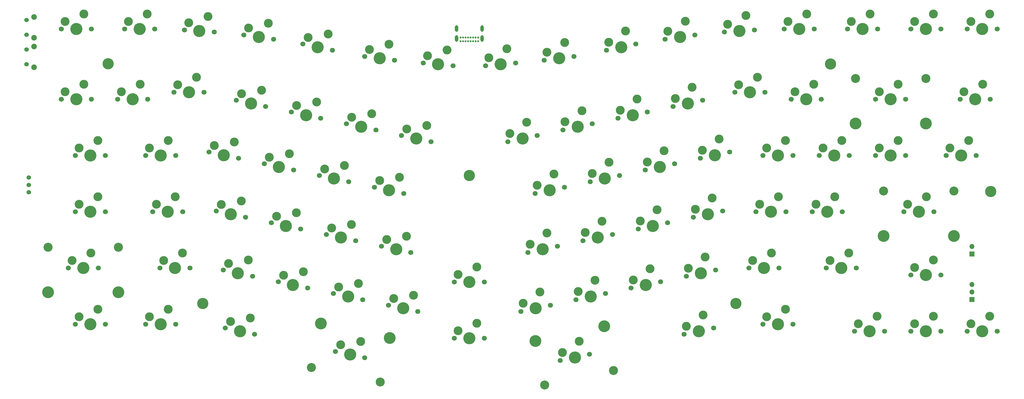
<source format=gbr>
%TF.GenerationSoftware,KiCad,Pcbnew,7.0.10*%
%TF.CreationDate,2024-01-30T23:36:57+01:00*%
%TF.ProjectId,middle,6d696464-6c65-42e6-9b69-6361645f7063,rev?*%
%TF.SameCoordinates,Original*%
%TF.FileFunction,Soldermask,Top*%
%TF.FilePolarity,Negative*%
%FSLAX46Y46*%
G04 Gerber Fmt 4.6, Leading zero omitted, Abs format (unit mm)*
G04 Created by KiCad (PCBNEW 7.0.10) date 2024-01-30 23:36:57*
%MOMM*%
%LPD*%
G01*
G04 APERTURE LIST*
%ADD10C,1.700000*%
%ADD11C,3.000000*%
%ADD12C,4.100000*%
%ADD13C,3.050000*%
%ADD14C,4.000000*%
%ADD15C,3.800000*%
%ADD16C,1.524000*%
%ADD17C,1.900000*%
%ADD18R,1.700000X1.700000*%
%ADD19O,1.700000X1.700000*%
%ADD20C,0.650000*%
%ADD21O,1.108000X2.216000*%
G04 APERTURE END LIST*
D10*
%TO.C,KD1*%
X187402585Y-193282303D03*
D11*
X188672585Y-190742303D03*
D12*
X192482585Y-193282303D03*
D11*
X195022585Y-188202303D03*
D10*
X197562585Y-193282303D03*
%TD*%
%TO.C,KB11*%
X384283485Y-152801003D03*
D11*
X385553485Y-150261003D03*
D12*
X389363485Y-152801003D03*
D11*
X391903485Y-147721003D03*
D10*
X394443485Y-152801003D03*
%TD*%
%TO.C,KD11*%
X391427285Y-193282303D03*
D11*
X392697285Y-190742303D03*
D12*
X396507285Y-193282303D03*
D11*
X399047285Y-188202303D03*
D10*
X401587285Y-193282303D03*
%TD*%
%TO.C,KC12*%
X431908485Y-174232303D03*
D11*
X433178485Y-171692303D03*
D12*
X436988485Y-174232303D03*
D11*
X439528485Y-169152303D03*
D10*
X442068485Y-174232303D03*
%TD*%
%TO.C,KC4*%
X243721892Y-180988526D03*
D11*
X245492235Y-178768079D03*
D12*
X248690882Y-182044718D03*
D11*
X252231568Y-177603824D03*
D10*
X253659872Y-183100909D03*
%TD*%
%TO.C,KB10*%
X363403810Y-157657991D03*
D11*
X364117962Y-154909449D03*
D12*
X368372800Y-156601800D03*
D11*
X369801103Y-151104715D03*
D10*
X373341790Y-155545609D03*
%TD*%
%TO.C,KE3*%
X229850692Y-216991226D03*
D11*
X231621035Y-214770779D03*
D12*
X234819682Y-218047418D03*
D11*
X238360368Y-213606524D03*
D10*
X239788672Y-219103609D03*
%TD*%
%TO.C,KB9*%
X344770110Y-161618691D03*
D11*
X345484262Y-158870149D03*
D12*
X349739100Y-160562500D03*
D11*
X351167403Y-155065415D03*
D10*
X354708090Y-159506309D03*
%TD*%
%TO.C,KC1*%
X185021285Y-174232303D03*
D11*
X186291285Y-171692303D03*
D12*
X190101285Y-174232303D03*
D11*
X192641285Y-169152303D03*
D10*
X195181285Y-174232303D03*
%TD*%
%TO.C,KA2*%
X198081127Y-131703068D03*
D11*
X199525215Y-129257846D03*
D12*
X203148752Y-132057431D03*
D11*
X206036928Y-127166987D03*
D10*
X208216378Y-132411794D03*
%TD*%
%TO.C,KF8*%
X443814785Y-233763503D03*
D11*
X445084785Y-231223503D03*
D12*
X448894785Y-233763503D03*
D11*
X451434785Y-228683503D03*
D10*
X453974785Y-233763503D03*
%TD*%
%TO.C,KA9*%
X340872810Y-138594591D03*
D11*
X341586962Y-135846049D03*
D12*
X345841800Y-137538400D03*
D11*
X347270103Y-132041315D03*
D10*
X350810790Y-136482209D03*
%TD*%
%TO.C,KA12*%
X400952285Y-131369803D03*
D11*
X402222285Y-128829803D03*
D12*
X406032285Y-131369803D03*
D11*
X408572285Y-126289803D03*
D10*
X411112285Y-131369803D03*
%TD*%
%TO.C,KE8*%
X330567410Y-223064391D03*
D11*
X331281562Y-220315849D03*
D12*
X335536400Y-222008200D03*
D11*
X336964703Y-216511115D03*
D10*
X340505390Y-220952009D03*
%TD*%
%TO.C,KF0*%
X161208835Y-231382303D03*
D11*
X162478835Y-228842303D03*
D12*
X166288835Y-231382303D03*
D11*
X168828835Y-226302303D03*
D10*
X171368835Y-231382303D03*
%TD*%
D13*
%TO.C,KD13*%
X434613535Y-186282303D03*
D14*
X434613535Y-201522303D03*
D10*
X441433535Y-193282303D03*
D11*
X442703535Y-190742303D03*
D12*
X446513535Y-193282303D03*
D11*
X449053535Y-188202303D03*
D10*
X451593535Y-193282303D03*
D13*
X458413535Y-186282303D03*
D14*
X458413535Y-201522303D03*
%TD*%
D10*
%TO.C,KC11*%
X412858485Y-174232303D03*
D11*
X414128485Y-171692303D03*
D12*
X417938485Y-174232303D03*
D11*
X420478485Y-169152303D03*
D10*
X423018485Y-174232303D03*
%TD*%
D15*
%TO.C,MountTopMiddle6*%
X470866285Y-186384803D03*
%TD*%
D16*
%TO.C,RSW2*%
X144730000Y-133340000D03*
X144730000Y-128340000D03*
D17*
X147230000Y-134340000D03*
X147230000Y-127340000D03*
%TD*%
D10*
%TO.C,KA11*%
X380773388Y-132411833D03*
D11*
X381863113Y-129789430D03*
D12*
X385841013Y-132057470D03*
D11*
X388020463Y-126812663D03*
D10*
X390908638Y-131703107D03*
%TD*%
%TO.C,KD9*%
X351582310Y-199121891D03*
D11*
X352296462Y-196373349D03*
D12*
X356551300Y-198065700D03*
D11*
X357979603Y-192568615D03*
D10*
X361520290Y-197009509D03*
%TD*%
%TO.C,KA13*%
X422383485Y-131369803D03*
D11*
X423653485Y-128829803D03*
D12*
X427463485Y-131369803D03*
D11*
X430003485Y-126289803D03*
D10*
X432543485Y-131369803D03*
%TD*%
%TO.C,KD4*%
X246103192Y-200970226D03*
D11*
X247873535Y-198749779D03*
D12*
X251072182Y-202026418D03*
D11*
X254612868Y-197585524D03*
D10*
X256041172Y-203082609D03*
%TD*%
%TO.C,KA3*%
X218213503Y-133410031D03*
D11*
X219824643Y-131071500D03*
D12*
X223244065Y-134117030D03*
D11*
X226466345Y-129439968D03*
D10*
X228274626Y-134824029D03*
%TD*%
D14*
%TO.C,KF4*%
X316827121Y-237036464D03*
D13*
X319995695Y-251943434D03*
D10*
X325211280Y-243678443D03*
D11*
X325925432Y-240929900D03*
D12*
X330180270Y-242622251D03*
D11*
X331608573Y-237125166D03*
D10*
X335149259Y-241566060D03*
D14*
X340107034Y-232088166D03*
D13*
X343275608Y-246995136D03*
%TD*%
D10*
%TO.C,KF10*%
X443814785Y-131369803D03*
D11*
X445084785Y-128829803D03*
D12*
X448894785Y-131369803D03*
D11*
X451434785Y-126289803D03*
D10*
X453974785Y-131369803D03*
%TD*%
%TO.C,KB2*%
X194546285Y-152801003D03*
D11*
X195816285Y-150261003D03*
D12*
X199626285Y-152801003D03*
D11*
X202166285Y-147721003D03*
D10*
X204706285Y-152801003D03*
%TD*%
%TO.C,KA10*%
X360715150Y-134823982D03*
D11*
X361619291Y-132131951D03*
D12*
X365745712Y-134116983D03*
D11*
X367553994Y-128732921D03*
D10*
X370776274Y-133409983D03*
%TD*%
%TO.C,KB0*%
X156446285Y-155182303D03*
D11*
X157716285Y-152642303D03*
D12*
X161526285Y-155182303D03*
D11*
X164066285Y-150102303D03*
D10*
X166606285Y-155182303D03*
%TD*%
%TO.C,KB6*%
X271549092Y-167427726D03*
D11*
X273319435Y-165207279D03*
D12*
X276518082Y-168483918D03*
D11*
X280058768Y-164043024D03*
D10*
X281487072Y-169540109D03*
%TD*%
D15*
%TO.C,MountTopMiddle4*%
X384676285Y-224324803D03*
%TD*%
D10*
%TO.C,KA5*%
X259110447Y-140697614D03*
D11*
X260680529Y-138331321D03*
D12*
X264152582Y-141316711D03*
D11*
X267292745Y-136584124D03*
D10*
X269194716Y-141935807D03*
%TD*%
%TO.C,KB4*%
X234281692Y-159506326D03*
D11*
X236052035Y-157285879D03*
D12*
X239250682Y-160562518D03*
D11*
X242791368Y-156121624D03*
D10*
X244219672Y-161618709D03*
%TD*%
%TO.C,KE6*%
X289414885Y-236144803D03*
D11*
X290684885Y-233604803D03*
D12*
X294494885Y-236144803D03*
D11*
X297034885Y-231064803D03*
D10*
X299574885Y-236144803D03*
%TD*%
%TO.C,KC7*%
X335329910Y-183100891D03*
D11*
X336044062Y-180352349D03*
D12*
X340298900Y-182044700D03*
D11*
X341727203Y-176547615D03*
D10*
X345267890Y-180988509D03*
%TD*%
%TO.C,KC6*%
X316696210Y-187061591D03*
D11*
X317410362Y-184313049D03*
D12*
X321665200Y-186005400D03*
D11*
X323093503Y-180508315D03*
D10*
X326634190Y-184949209D03*
%TD*%
%TO.C,KE11*%
X389045985Y-212332303D03*
D11*
X390315985Y-209792303D03*
D12*
X394125985Y-212332303D03*
D11*
X396665985Y-207252303D03*
D10*
X399205985Y-212332303D03*
%TD*%
%TO.C,KA8*%
X319795058Y-141935796D03*
D11*
X320746044Y-139259955D03*
D12*
X324837193Y-141316700D03*
D11*
X326739164Y-135965017D03*
D10*
X329879327Y-140697603D03*
%TD*%
%TO.C,KE4*%
X248484392Y-220952026D03*
D11*
X250254735Y-218731579D03*
D12*
X253453382Y-222008218D03*
D11*
X256994068Y-217567324D03*
D10*
X258422372Y-223064409D03*
%TD*%
%TO.C,KF11*%
X462864785Y-131369803D03*
D11*
X464134785Y-128829803D03*
D12*
X467944785Y-131369803D03*
D11*
X470484785Y-126289803D03*
D10*
X473024785Y-131369803D03*
%TD*%
%TO.C,KC3*%
X225088192Y-177027826D03*
D11*
X226858535Y-174807379D03*
D12*
X230057182Y-178084018D03*
D11*
X233597868Y-173643124D03*
D10*
X235026172Y-179140209D03*
%TD*%
%TO.C,KB3*%
X215647992Y-155545626D03*
D11*
X217418335Y-153325179D03*
D12*
X220616982Y-156601818D03*
D11*
X224157668Y-152160924D03*
D10*
X225585972Y-157658009D03*
%TD*%
%TO.C,KD7*%
X314314910Y-207043391D03*
D11*
X315029062Y-204294849D03*
D12*
X319283900Y-205987200D03*
D11*
X320712203Y-200490115D03*
D10*
X324252890Y-204931009D03*
%TD*%
D15*
%TO.C,MountTopMiddle1*%
X172256285Y-143174803D03*
%TD*%
D16*
%TO.C,RSW1*%
X144730000Y-143340003D03*
X144730000Y-138340003D03*
D17*
X147230000Y-144340003D03*
X147230000Y-137340003D03*
%TD*%
D10*
%TO.C,KD2*%
X208835792Y-193048826D03*
D11*
X210606135Y-190828379D03*
D12*
X213804782Y-194105018D03*
D11*
X217345468Y-189664124D03*
D10*
X218773772Y-195161209D03*
%TD*%
%TO.C,KD6*%
X289414885Y-217094803D03*
D11*
X290684885Y-214554803D03*
D12*
X294494885Y-217094803D03*
D11*
X297034885Y-212014803D03*
D10*
X299574885Y-217094803D03*
%TD*%
%TO.C,KF7*%
X424764785Y-233763503D03*
D11*
X426034785Y-231223503D03*
D12*
X429844785Y-233763503D03*
D11*
X432384785Y-228683503D03*
D10*
X434924785Y-233763503D03*
%TD*%
%TO.C,KC2*%
X206454492Y-173067026D03*
D11*
X208224835Y-170846579D03*
D12*
X211423482Y-174123218D03*
D11*
X214964168Y-169682324D03*
D10*
X216392472Y-175179409D03*
%TD*%
D15*
%TO.C,MountTopMiddle3*%
X294475000Y-181015000D03*
%TD*%
D10*
%TO.C,KE12*%
X415239735Y-212332303D03*
D11*
X416509735Y-209792303D03*
D12*
X420319735Y-212332303D03*
D11*
X422859735Y-207252303D03*
D10*
X425399735Y-212332303D03*
%TD*%
%TO.C,KC13*%
X455720985Y-174232303D03*
D11*
X456990985Y-171692303D03*
D12*
X460800985Y-174232303D03*
D11*
X463340985Y-169152303D03*
D10*
X465880985Y-174232303D03*
%TD*%
%TO.C,KE5*%
X267118192Y-224912726D03*
D11*
X268888535Y-222692279D03*
D12*
X272087182Y-225968918D03*
D11*
X275627868Y-221528024D03*
D10*
X277056172Y-227025109D03*
%TD*%
%TO.C,KC5*%
X262355692Y-184949226D03*
D11*
X264126035Y-182728779D03*
D12*
X267324682Y-186005418D03*
D11*
X270865368Y-181564524D03*
D10*
X272293672Y-187061609D03*
%TD*%
%TO.C,KC8*%
X353963610Y-179140191D03*
D11*
X354677762Y-176391649D03*
D12*
X358932600Y-178084000D03*
D11*
X360360903Y-172586915D03*
D10*
X363901590Y-177027809D03*
%TD*%
%TO.C,KA4*%
X238178992Y-136482226D03*
D11*
X239949335Y-134261779D03*
D12*
X243147982Y-137538418D03*
D11*
X246688668Y-133097524D03*
D10*
X248116972Y-138594609D03*
%TD*%
%TO.C,KD0*%
X161208835Y-193282303D03*
D11*
X162478835Y-190742303D03*
D12*
X166288835Y-193282303D03*
D11*
X168828835Y-188202303D03*
D10*
X171368835Y-193282303D03*
%TD*%
%TO.C,KA6*%
X278865312Y-142899665D03*
D11*
X280351855Y-140480018D03*
D12*
X283925981Y-143342416D03*
D11*
X286899067Y-138503122D03*
D10*
X288986650Y-143785167D03*
%TD*%
%TO.C,KD12*%
X410477285Y-193282303D03*
D11*
X411747285Y-190742303D03*
D12*
X415557285Y-193282303D03*
D11*
X418097285Y-188202303D03*
D10*
X420637285Y-193282303D03*
%TD*%
%TO.C,KB12*%
X403333485Y-155182303D03*
D11*
X404603485Y-152642303D03*
D12*
X408413485Y-155182303D03*
D11*
X410953485Y-150102303D03*
D10*
X413493485Y-155182303D03*
%TD*%
%TO.C,KF2*%
X211914706Y-232654416D03*
D11*
X213685049Y-230433969D03*
D12*
X216883696Y-233710607D03*
D11*
X220424382Y-229269713D03*
D10*
X221852686Y-234766799D03*
%TD*%
D16*
%TO.C,J3*%
X145455004Y-186690001D03*
X145455004Y-184190001D03*
X145455004Y-181690001D03*
%TD*%
D10*
%TO.C,KA0*%
X156446285Y-131369803D03*
D11*
X157716285Y-128829803D03*
D12*
X161526285Y-131369803D03*
D11*
X164066285Y-126289803D03*
D10*
X166606285Y-131369803D03*
%TD*%
%TO.C,KF12*%
X460483485Y-155182303D03*
D11*
X461753485Y-152642303D03*
D12*
X465563485Y-155182303D03*
D11*
X468103485Y-150102303D03*
D10*
X470643485Y-155182303D03*
%TD*%
%TO.C,KB7*%
X307502710Y-169540191D03*
D11*
X308216862Y-166791649D03*
D12*
X312471700Y-168484000D03*
D11*
X313900003Y-162986915D03*
D10*
X317440690Y-167427809D03*
%TD*%
D13*
%TO.C,KE0*%
X152007535Y-205332303D03*
D14*
X152007535Y-220572303D03*
D10*
X158827535Y-212332303D03*
D11*
X160097535Y-209792303D03*
D12*
X163907535Y-212332303D03*
D11*
X166447535Y-207252303D03*
D10*
X168987535Y-212332303D03*
D13*
X175807535Y-205332303D03*
D14*
X175807535Y-220572303D03*
%TD*%
D10*
%TO.C,KB8*%
X326136410Y-165579391D03*
D11*
X326850562Y-162830849D03*
D12*
X331105400Y-164523200D03*
D11*
X332533703Y-159026115D03*
D10*
X336074390Y-163467009D03*
%TD*%
%TO.C,KC9*%
X372597310Y-175179491D03*
D11*
X373311462Y-172430949D03*
D12*
X377566300Y-174123300D03*
D11*
X378994603Y-168626215D03*
D10*
X382535290Y-173067109D03*
%TD*%
D13*
%TO.C,KB13*%
X425088485Y-148182303D03*
D14*
X425088485Y-163422303D03*
D10*
X431908485Y-155182303D03*
D11*
X433178485Y-152642303D03*
D12*
X436988485Y-155182303D03*
D11*
X439528485Y-150102303D03*
D10*
X442068485Y-155182303D03*
D13*
X448888485Y-148182303D03*
D14*
X448888485Y-163422303D03*
%TD*%
D10*
%TO.C,KB5*%
X252915392Y-163467026D03*
D11*
X254685735Y-161246579D03*
D12*
X257884382Y-164523218D03*
D11*
X261425068Y-160082324D03*
D10*
X262853372Y-165579409D03*
%TD*%
%TO.C,KE1*%
X189783785Y-212332303D03*
D11*
X191053785Y-209792303D03*
D12*
X194863785Y-212332303D03*
D11*
X197403785Y-207252303D03*
D10*
X199943785Y-212332303D03*
%TD*%
%TO.C,KC0*%
X161208785Y-174232303D03*
D11*
X162478785Y-171692303D03*
D12*
X166288785Y-174232303D03*
D11*
X168828785Y-169152303D03*
D10*
X171368785Y-174232303D03*
%TD*%
%TO.C,KA7*%
X300003129Y-143785150D03*
D11*
X301046921Y-141144128D03*
D12*
X305063798Y-143342399D03*
D11*
X307151381Y-138060354D03*
D10*
X310124467Y-142899648D03*
%TD*%
D14*
%TO.C,KF3*%
X244223480Y-231102362D03*
D13*
X241054906Y-246009331D03*
D10*
X249182190Y-240575854D03*
D11*
X250952533Y-238355407D03*
D12*
X254151180Y-241632046D03*
D11*
X257691866Y-237191152D03*
D10*
X259120170Y-242688237D03*
D14*
X267503393Y-236050660D03*
D13*
X264334819Y-250957630D03*
%TD*%
D15*
%TO.C,MountTopMiddle5*%
X416676285Y-143254803D03*
%TD*%
D10*
%TO.C,KF9*%
X462864785Y-233763503D03*
D11*
X464134785Y-231223503D03*
D12*
X467944785Y-233763503D03*
D11*
X470484785Y-228683503D03*
D10*
X473024785Y-233763503D03*
%TD*%
%TO.C,KD3*%
X227469492Y-197009526D03*
D11*
X229239835Y-194789079D03*
D12*
X232438482Y-198065718D03*
D11*
X235979168Y-193624824D03*
D10*
X237407472Y-199121909D03*
%TD*%
%TO.C,KE2*%
X211216992Y-213030526D03*
D11*
X212987335Y-210810079D03*
D12*
X216185982Y-214086718D03*
D11*
X219726668Y-209645824D03*
D10*
X221154972Y-215142909D03*
%TD*%
%TO.C,KF5*%
X367137124Y-234766802D03*
D11*
X367851276Y-232018259D03*
D12*
X372106114Y-233710610D03*
D11*
X373534417Y-228213525D03*
D10*
X377075104Y-232654419D03*
%TD*%
%TO.C,KD8*%
X332948610Y-203082591D03*
D11*
X333662762Y-200334049D03*
D12*
X337917600Y-202026400D03*
D11*
X339345903Y-196529315D03*
D10*
X342886590Y-200970209D03*
%TD*%
%TO.C,KD5*%
X264736892Y-204930926D03*
D11*
X266507235Y-202710479D03*
D12*
X269705882Y-205987118D03*
D11*
X273246568Y-201546224D03*
D10*
X274674872Y-207043309D03*
%TD*%
%TO.C,KC10*%
X393808485Y-174232303D03*
D11*
X395078485Y-171692303D03*
D12*
X398888485Y-174232303D03*
D11*
X401428485Y-169152303D03*
D10*
X403968485Y-174232303D03*
%TD*%
%TO.C,KA1*%
X177877585Y-131369803D03*
D11*
X179147585Y-128829803D03*
D12*
X182957585Y-131369803D03*
D11*
X185497585Y-126289803D03*
D10*
X188037585Y-131369803D03*
%TD*%
D15*
%TO.C,MountTopMiddle2*%
X204266285Y-224354803D03*
%TD*%
D10*
%TO.C,KE9*%
X349201110Y-219103691D03*
D11*
X349915262Y-216355149D03*
D12*
X354170100Y-218047500D03*
D11*
X355598403Y-212550415D03*
D10*
X359139090Y-216991309D03*
%TD*%
%TO.C,KE10*%
X367834810Y-215142891D03*
D11*
X368548962Y-212394349D03*
D12*
X372803800Y-214086700D03*
D11*
X374232103Y-208589615D03*
D10*
X377772790Y-213030509D03*
%TD*%
D18*
%TO.C,J1*%
X464469785Y-223022903D03*
D19*
X464469785Y-220482903D03*
X464469785Y-217942903D03*
%TD*%
D10*
%TO.C,KF6*%
X393808535Y-231382303D03*
D11*
X395078535Y-228842303D03*
D12*
X398888535Y-231382303D03*
D11*
X401428535Y-226302303D03*
D10*
X403968535Y-231382303D03*
%TD*%
%TO.C,KB1*%
X175496285Y-155182303D03*
D11*
X176766285Y-152642303D03*
D12*
X180576285Y-155182303D03*
D11*
X183116285Y-150102303D03*
D10*
X185656285Y-155182303D03*
%TD*%
%TO.C,KD10*%
X370216010Y-195161191D03*
D11*
X370930162Y-192412649D03*
D12*
X375185000Y-194105000D03*
D11*
X376613303Y-188607915D03*
D10*
X380153990Y-193048809D03*
%TD*%
%TO.C,KF1*%
X185021335Y-231382303D03*
D11*
X186291335Y-228842303D03*
D12*
X190101335Y-231382303D03*
D11*
X192641335Y-226302303D03*
D10*
X195181335Y-231382303D03*
%TD*%
D18*
%TO.C,J2*%
X464469785Y-207562903D03*
D19*
X464469785Y-205022903D03*
%TD*%
D10*
%TO.C,KE13*%
X443814785Y-214713503D03*
D11*
X445084785Y-212173503D03*
D12*
X448894785Y-214713503D03*
D11*
X451434785Y-209633503D03*
D10*
X453974785Y-214713503D03*
%TD*%
%TO.C,KE7*%
X311933710Y-227025091D03*
D11*
X312647862Y-224276549D03*
D12*
X316902700Y-225968900D03*
D11*
X318331003Y-220471815D03*
D10*
X321871690Y-224912709D03*
%TD*%
D20*
%TO.C,JUSB1*%
X291501285Y-135569803D03*
X292351285Y-135569803D03*
X293201285Y-135569803D03*
X294051285Y-135569803D03*
X294901285Y-135569803D03*
X295751285Y-135569803D03*
X296601285Y-135569803D03*
X297451285Y-135569803D03*
X297451285Y-134219803D03*
X296601285Y-134219803D03*
X295751285Y-134219803D03*
X294901285Y-134219803D03*
X294051285Y-134219803D03*
X293201285Y-134219803D03*
X292351285Y-134219803D03*
X291501285Y-134219803D03*
D21*
X290151285Y-134589803D03*
X298801285Y-134589803D03*
X298801285Y-131209803D03*
X290151285Y-131209803D03*
%TD*%
M02*

</source>
